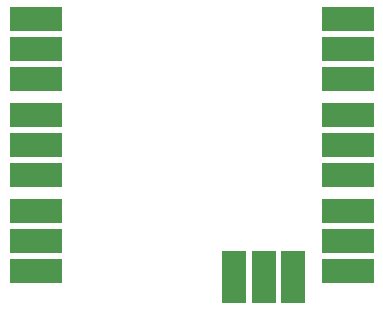
<source format=gbr>
%TF.GenerationSoftware,KiCad,Pcbnew,6.0.4-6f826c9f35~116~ubuntu20.04.1*%
%TF.CreationDate,2022-05-15T21:38:31+00:00*%
%TF.ProjectId,VLFANT01A,564c4641-4e54-4303-9141-2e6b69636164,rev?*%
%TF.SameCoordinates,Original*%
%TF.FileFunction,Paste,Top*%
%TF.FilePolarity,Positive*%
%FSLAX46Y46*%
G04 Gerber Fmt 4.6, Leading zero omitted, Abs format (unit mm)*
G04 Created by KiCad (PCBNEW 6.0.4-6f826c9f35~116~ubuntu20.04.1) date 2022-05-15 21:38:31*
%MOMM*%
%LPD*%
G01*
G04 APERTURE LIST*
%ADD10R,4.500000X2.100000*%
%ADD11R,2.100000X4.500000*%
G04 APERTURE END LIST*
D10*
%TO.C,J1*%
X12192000Y31456000D03*
X12192000Y28956000D03*
X12192000Y26456000D03*
%TD*%
%TO.C,J2*%
X12192000Y18328000D03*
X12192000Y20828000D03*
X12192000Y23328000D03*
%TD*%
%TO.C,J3*%
X12192000Y10200000D03*
X12192000Y12700000D03*
X12192000Y15200000D03*
%TD*%
%TO.C,J4*%
X38608000Y31456000D03*
X38608000Y28956000D03*
X38608000Y26456000D03*
%TD*%
%TO.C,J5*%
X38608000Y23328000D03*
X38608000Y20828000D03*
X38608000Y18328000D03*
%TD*%
%TO.C,J6*%
X38608000Y15200000D03*
X38608000Y12700000D03*
X38608000Y10200000D03*
%TD*%
D11*
%TO.C,J8*%
X28996000Y9652000D03*
X31496000Y9652000D03*
X33996000Y9652000D03*
%TD*%
M02*

</source>
